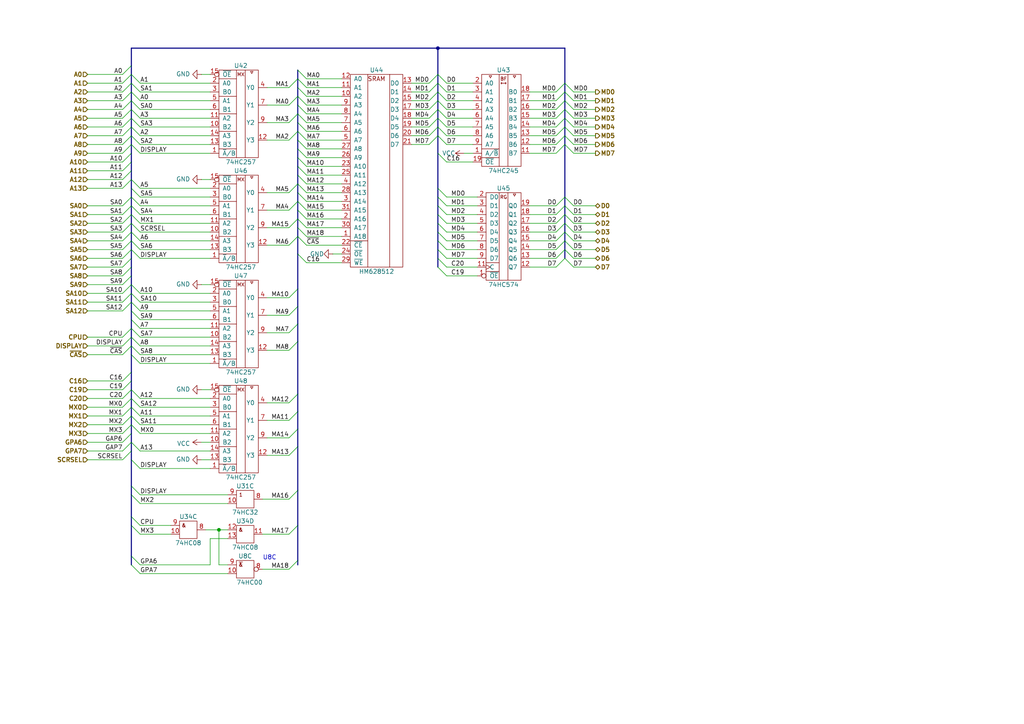
<source format=kicad_sch>
(kicad_sch (version 20231120) (generator "eeschema") (generator_version "8.0")
  (paper "A4")
  (bus_alias "MADDRESS" (members "MA0" "MA1" "MA2" "MA3" "MA4" "MA5" "MA6" "MA7" "MA8" "MA9" "MA10" "MA11" "MA12" "MA13" "MA14" "MA15" "MA16" "MA17" "MA18"))
  (junction (at 63.5 153.67))
  (junction (at 127 13.97))
  (bus_entry (at 38.1 113.03) (size 2.54 2.54))
  (bus_entry (at 38.1 69.85) (size 2.54 2.54))
  (bus_entry (at 127 74.93) (size 2.54 2.54))
  (bus_entry (at 38.1 82.55) (size -2.54 2.54))
  (bus_entry (at 38.1 85.09) (size -2.54 2.54))
  (bus_entry (at 161.29 72.39) (size 2.54 -2.54))
  (bus_entry (at 127 62.23) (size 2.54 2.54))
  (bus_entry (at 83.82 86.36) (size 2.54 -2.54))
  (bus_entry (at 83.82 35.56) (size 2.54 -2.54))
  (bus_entry (at 161.29 44.45) (size 2.54 -2.54))
  (bus_entry (at 83.82 55.88) (size 2.54 -2.54))
  (bus_entry (at 35.56 125.73) (size 2.54 -2.54))
  (bus_entry (at 166.37 64.77) (size -2.54 -2.54))
  (bus_entry (at 86.36 48.26) (size 2.54 2.54))
  (bus_entry (at 38.1 128.27) (size 2.54 2.54))
  (bus_entry (at 38.1 24.13) (size -2.54 2.54))
  (bus_entry (at 86.36 33.02) (size 2.54 2.54))
  (bus_entry (at 38.1 95.25) (size 2.54 2.54))
  (bus_entry (at 86.36 73.66) (size 2.54 2.54))
  (bus_entry (at 86.36 63.5) (size 2.54 2.54))
  (bus_entry (at 38.1 87.63) (size -2.54 2.54))
  (bus_entry (at 38.1 31.75) (size -2.54 2.54))
  (bus_entry (at 38.1 107.95) (size -2.54 2.54))
  (bus_entry (at 38.1 67.31) (size -2.54 2.54))
  (bus_entry (at 163.83 34.29) (size 2.54 2.54))
  (bus_entry (at 86.36 68.58) (size 2.54 2.54))
  (bus_entry (at 38.1 80.01) (size -2.54 2.54))
  (bus_entry (at 38.1 21.59) (size -2.54 2.54))
  (bus_entry (at 127 54.61) (size 2.54 2.54))
  (bus_entry (at 38.1 100.33) (size 2.54 2.54))
  (bus_entry (at 38.1 52.07) (size 2.54 2.54))
  (bus_entry (at 38.1 46.99) (size -2.54 2.54))
  (bus_entry (at 35.56 130.81) (size 2.54 -2.54))
  (bus_entry (at 38.1 21.59) (size 2.54 2.54))
  (bus_entry (at 163.83 36.83) (size 2.54 2.54))
  (bus_entry (at 86.36 55.88) (size 2.54 2.54))
  (bus_entry (at 83.82 96.52) (size 2.54 -2.54))
  (bus_entry (at 38.1 115.57) (size 2.54 2.54))
  (bus_entry (at 86.36 53.34) (size 2.54 2.54))
  (bus_entry (at 166.37 77.47) (size -2.54 -2.54))
  (bus_entry (at 38.1 72.39) (size 2.54 2.54))
  (bus_entry (at 38.1 123.19) (size 2.54 2.54))
  (bus_entry (at 161.29 34.29) (size 2.54 -2.54))
  (bus_entry (at 38.1 41.91) (size 2.54 2.54))
  (bus_entry (at 161.29 67.31) (size 2.54 -2.54))
  (bus_entry (at 166.37 62.23) (size -2.54 -2.54))
  (bus_entry (at 127 69.85) (size 2.54 2.54))
  (bus_entry (at 38.1 49.53) (size -2.54 2.54))
  (bus_entry (at 83.82 91.44) (size 2.54 -2.54))
  (bus_entry (at 38.1 54.61) (size 2.54 2.54))
  (bus_entry (at 38.1 34.29) (size -2.54 2.54))
  (bus_entry (at 38.1 59.69) (size -2.54 2.54))
  (bus_entry (at 38.1 118.11) (size -2.54 2.54))
  (bus_entry (at 38.1 97.79) (size -2.54 2.54))
  (bus_entry (at 166.37 67.31) (size -2.54 -2.54))
  (bus_entry (at 83.82 154.94) (size 2.54 -2.54))
  (bus_entry (at 86.36 58.42) (size 2.54 2.54))
  (bus_entry (at 83.82 71.12) (size 2.54 -2.54))
  (bus_entry (at 38.1 133.35) (size 2.54 2.54))
  (bus_entry (at 161.29 59.69) (size 2.54 -2.54))
  (bus_entry (at 83.82 116.84) (size 2.54 -2.54))
  (bus_entry (at 161.29 36.83) (size 2.54 -2.54))
  (bus_entry (at 163.83 29.21) (size 2.54 2.54))
  (bus_entry (at 38.1 95.25) (size -2.54 2.54))
  (bus_entry (at 163.83 26.67) (size 2.54 2.54))
  (bus_entry (at 38.1 64.77) (size 2.54 2.54))
  (bus_entry (at 161.29 29.21) (size 2.54 -2.54))
  (bus_entry (at 127 72.39) (size 2.54 2.54))
  (bus_entry (at 38.1 67.31) (size 2.54 2.54))
  (bus_entry (at 127 44.45) (size 2.54 2.54))
  (bus_entry (at 86.36 38.1) (size 2.54 2.54))
  (bus_entry (at 38.1 115.57) (size -2.54 2.54))
  (bus_entry (at 38.1 39.37) (size 2.54 2.54))
  (bus_entry (at 38.1 100.33) (size -2.54 2.54))
  (bus_entry (at 161.29 39.37) (size 2.54 -2.54))
  (bus_entry (at 163.83 24.13) (size 2.54 2.54))
  (bus_entry (at 86.36 35.56) (size 2.54 2.54))
  (bus_entry (at 35.56 128.27) (size 2.54 -2.54))
  (bus_entry (at 38.1 62.23) (size 2.54 2.54))
  (bus_entry (at 83.82 25.4) (size 2.54 -2.54))
  (bus_entry (at 83.82 132.08) (size 2.54 -2.54))
  (bus_entry (at 127 39.37) (size -2.54 2.54))
  (bus_entry (at 127 21.59) (size -2.54 2.54))
  (bus_entry (at 127 24.13) (size -2.54 2.54))
  (bus_entry (at 127 26.67) (size -2.54 2.54))
  (bus_entry (at 127 29.21) (size -2.54 2.54))
  (bus_entry (at 127 31.75) (size -2.54 2.54))
  (bus_entry (at 127 34.29) (size -2.54 2.54))
  (bus_entry (at 127 36.83) (size -2.54 2.54))
  (bus_entry (at 38.1 110.49) (size -2.54 2.54))
  (bus_entry (at 38.1 152.4) (size 2.54 2.54))
  (bus_entry (at 38.1 161.29) (size 2.54 2.54))
  (bus_entry (at 38.1 149.86) (size 2.54 2.54))
  (bus_entry (at 38.1 140.97) (size 2.54 2.54))
  (bus_entry (at 38.1 143.51) (size 2.54 2.54))
  (bus_entry (at 38.1 163.83) (size 2.54 2.54))
  (bus_entry (at 38.1 62.23) (size -2.54 2.54))
  (bus_entry (at 83.82 40.64) (size 2.54 -2.54))
  (bus_entry (at 86.36 22.86) (size 2.54 2.54))
  (bus_entry (at 127 57.15) (size 2.54 2.54))
  (bus_entry (at 166.37 59.69) (size -2.54 -2.54))
  (bus_entry (at 83.82 30.48) (size 2.54 -2.54))
  (bus_entry (at 38.1 85.09) (size 2.54 2.54))
  (bus_entry (at 86.36 50.8) (size 2.54 2.54))
  (bus_entry (at 86.36 27.94) (size 2.54 2.54))
  (bus_entry (at 38.1 26.67) (size 2.54 2.54))
  (bus_entry (at 83.82 127) (size 2.54 -2.54))
  (bus_entry (at 38.1 77.47) (size -2.54 2.54))
  (bus_entry (at 161.29 62.23) (size 2.54 -2.54))
  (bus_entry (at 83.82 144.78) (size 2.54 -2.54))
  (bus_entry (at 38.1 59.69) (size 2.54 2.54))
  (bus_entry (at 86.36 45.72) (size 2.54 2.54))
  (bus_entry (at 161.29 77.47) (size 2.54 -2.54))
  (bus_entry (at 38.1 29.21) (size 2.54 2.54))
  (bus_entry (at 127 67.31) (size 2.54 2.54))
  (bus_entry (at 38.1 90.17) (size 2.54 2.54))
  (bus_entry (at 38.1 92.71) (size 2.54 2.54))
  (bus_entry (at 38.1 44.45) (size -2.54 2.54))
  (bus_entry (at 38.1 69.85) (size -2.54 2.54))
  (bus_entry (at 38.1 97.79) (size 2.54 2.54))
  (bus_entry (at 163.83 39.37) (size 2.54 2.54))
  (bus_entry (at 38.1 31.75) (size 2.54 2.54))
  (bus_entry (at 38.1 74.93) (size -2.54 2.54))
  (bus_entry (at 38.1 41.91) (size -2.54 2.54))
  (bus_entry (at 163.83 41.91) (size 2.54 2.54))
  (bus_entry (at 161.29 26.67) (size 2.54 -2.54))
  (bus_entry (at 86.36 40.64) (size 2.54 2.54))
  (bus_entry (at 38.1 39.37) (size -2.54 2.54))
  (bus_entry (at 163.83 31.75) (size 2.54 2.54))
  (bus_entry (at 83.82 60.96) (size 2.54 -2.54))
  (bus_entry (at 38.1 36.83) (size 2.54 2.54))
  (bus_entry (at 166.37 72.39) (size -2.54 -2.54))
  (bus_entry (at 38.1 87.63) (size 2.54 2.54))
  (bus_entry (at 38.1 72.39) (size -2.54 2.54))
  (bus_entry (at 86.36 20.32) (size 2.54 2.54))
  (bus_entry (at 38.1 102.87) (size 2.54 2.54))
  (bus_entry (at 161.29 41.91) (size 2.54 -2.54))
  (bus_entry (at 86.36 60.96) (size 2.54 2.54))
  (bus_entry (at 38.1 34.29) (size 2.54 2.54))
  (bus_entry (at 38.1 57.15) (size 2.54 2.54))
  (bus_entry (at 38.1 36.83) (size -2.54 2.54))
  (bus_entry (at 127 59.69) (size 2.54 2.54))
  (bus_entry (at 127 26.67) (size 2.54 2.54))
  (bus_entry (at 127 24.13) (size 2.54 2.54))
  (bus_entry (at 127 21.59) (size 2.54 2.54))
  (bus_entry (at 127 39.37) (size 2.54 2.54))
  (bus_entry (at 127 36.83) (size 2.54 2.54))
  (bus_entry (at 127 34.29) (size 2.54 2.54))
  (bus_entry (at 127 31.75) (size 2.54 2.54))
  (bus_entry (at 127 29.21) (size 2.54 2.54))
  (bus_entry (at 38.1 52.07) (size -2.54 2.54))
  (bus_entry (at 38.1 113.03) (size -2.54 2.54))
  (bus_entry (at 38.1 29.21) (size -2.54 2.54))
  (bus_entry (at 83.82 101.6) (size 2.54 -2.54))
  (bus_entry (at 83.82 121.92) (size 2.54 -2.54))
  (bus_entry (at 161.29 64.77) (size 2.54 -2.54))
  (bus_entry (at 86.36 66.04) (size 2.54 2.54))
  (bus_entry (at 161.29 74.93) (size 2.54 -2.54))
  (bus_entry (at 86.36 25.4) (size 2.54 2.54))
  (bus_entry (at 38.1 26.67) (size -2.54 2.54))
  (bus_entry (at 38.1 64.77) (size -2.54 2.54))
  (bus_entry (at 38.1 130.81) (size -2.54 2.54))
  (bus_entry (at 38.1 120.65) (size -2.54 2.54))
  (bus_entry (at 86.36 30.48) (size 2.54 2.54))
  (bus_entry (at 161.29 31.75) (size 2.54 -2.54))
  (bus_entry (at 38.1 24.13) (size 2.54 2.54))
  (bus_entry (at 166.37 69.85) (size -2.54 -2.54))
  (bus_entry (at 83.82 66.04) (size 2.54 -2.54))
  (bus_entry (at 86.36 43.18) (size 2.54 2.54))
  (bus_entry (at 166.37 74.93) (size -2.54 -2.54))
  (bus_entry (at 127 77.47) (size 2.54 2.54))
  (bus_entry (at 38.1 19.05) (size -2.54 2.54))
  (bus_entry (at 38.1 118.11) (size 2.54 2.54))
  (bus_entry (at 38.1 82.55) (size 2.54 2.54))
  (bus_entry (at 38.1 57.15) (size -2.54 2.54))
  (bus_entry (at 38.1 120.65) (size 2.54 2.54))
  (bus_entry (at 127 64.77) (size 2.54 2.54))
  (bus_entry (at 161.29 69.85) (size 2.54 -2.54))
  (bus_entry (at 83.82 165.1) (size 2.54 -2.54))
  (wire (pts (xy 88.9 76.2) (xy 99.06 76.2)))
  (bus (pts (xy 38.1 85.09) (xy 38.1 87.63)))
  (wire (pts (xy 59.69 153.67) (xy 63.5 153.67)))
  (bus (pts (xy 38.1 69.85) (xy 38.1 72.39)))
  (wire (pts (xy 35.56 67.31) (xy 25.4 67.31)))
  (wire (pts (xy 60.96 54.61) (xy 40.64 54.61)))
  (wire (pts (xy 60.96 57.15) (xy 40.64 57.15)))
  (bus (pts (xy 127 62.23) (xy 127 64.77)))
  (wire (pts (xy 35.56 44.45) (xy 25.4 44.45)))
  (bus (pts (xy 127 29.21) (xy 127 31.75)))
  (wire (pts (xy 88.9 27.94) (xy 99.06 27.94)))
  (bus (pts (xy 86.36 40.64) (xy 86.36 43.18)))
  (wire (pts (xy 35.56 123.19) (xy 25.4 123.19)))
  (wire (pts (xy 60.96 41.91) (xy 40.64 41.91)))
  (bus (pts (xy 86.36 38.1) (xy 86.36 40.64)))
  (bus (pts (xy 163.83 59.69) (xy 163.83 62.23)))
  (bus (pts (xy 38.1 120.65) (xy 38.1 123.19)))
  (bus (pts (xy 38.1 102.87) (xy 38.1 107.95)))
  (wire (pts (xy 153.67 62.23) (xy 161.29 62.23)))
  (bus (pts (xy 38.1 26.67) (xy 38.1 29.21)))
  (bus (pts (xy 38.1 133.35) (xy 38.1 140.97)))
  (wire (pts (xy 88.9 35.56) (xy 99.06 35.56)))
  (bus (pts (xy 163.83 39.37) (xy 163.83 41.91)))
  (bus (pts (xy 127 57.15) (xy 127 59.69)))
  (wire (pts (xy 83.82 96.52) (xy 77.47 96.52)))
  (wire (pts (xy 35.56 130.81) (xy 25.4 130.81)))
  (wire (pts (xy 60.96 29.21) (xy 40.64 29.21)))
  (wire (pts (xy 129.54 72.39) (xy 138.43 72.39)))
  (wire (pts (xy 119.38 31.75) (xy 124.46 31.75)))
  (wire (pts (xy 60.96 52.07) (xy 58.42 52.07)))
  (wire (pts (xy 35.56 31.75) (xy 25.4 31.75)))
  (wire (pts (xy 88.9 60.96) (xy 99.06 60.96)))
  (bus (pts (xy 127 54.61) (xy 127 57.15)))
  (wire (pts (xy 119.38 36.83) (xy 124.46 36.83)))
  (wire (pts (xy 129.54 26.67) (xy 137.16 26.67)))
  (wire (pts (xy 129.54 62.23) (xy 138.43 62.23)))
  (wire (pts (xy 119.38 26.67) (xy 124.46 26.67)))
  (wire (pts (xy 60.96 115.57) (xy 40.64 115.57)))
  (wire (pts (xy 88.9 66.04) (xy 99.06 66.04)))
  (wire (pts (xy 60.96 125.73) (xy 40.64 125.73)))
  (bus (pts (xy 38.1 49.53) (xy 38.1 52.07)))
  (wire (pts (xy 35.56 24.13) (xy 25.4 24.13)))
  (wire (pts (xy 60.96 118.11) (xy 40.64 118.11)))
  (bus (pts (xy 38.1 118.11) (xy 38.1 120.65)))
  (bus (pts (xy 163.83 31.75) (xy 163.83 34.29)))
  (wire (pts (xy 60.96 90.17) (xy 40.64 90.17)))
  (bus (pts (xy 38.1 80.01) (xy 38.1 82.55)))
  (wire (pts (xy 35.56 41.91) (xy 25.4 41.91)))
  (bus (pts (xy 86.36 99.06) (xy 86.36 114.3)))
  (wire (pts (xy 172.72 64.77) (xy 166.37 64.77)))
  (wire (pts (xy 35.56 59.69) (xy 25.4 59.69)))
  (wire (pts (xy 66.04 143.51) (xy 40.64 143.51)))
  (wire (pts (xy 63.5 153.67) (xy 63.5 163.83)))
  (bus (pts (xy 86.36 30.48) (xy 86.36 33.02)))
  (bus (pts (xy 38.1 57.15) (xy 38.1 59.69)))
  (wire (pts (xy 83.82 165.1) (xy 76.2 165.1)))
  (bus (pts (xy 38.1 52.07) (xy 38.1 54.61)))
  (bus (pts (xy 163.83 34.29) (xy 163.83 36.83)))
  (bus (pts (xy 38.1 39.37) (xy 38.1 41.91)))
  (wire (pts (xy 60.96 34.29) (xy 40.64 34.29)))
  (wire (pts (xy 83.82 91.44) (xy 77.47 91.44)))
  (wire (pts (xy 153.67 72.39) (xy 161.29 72.39)))
  (wire (pts (xy 153.67 29.21) (xy 161.29 29.21)))
  (bus (pts (xy 86.36 114.3) (xy 86.36 119.38)))
  (bus (pts (xy 86.36 33.02) (xy 86.36 35.56)))
  (wire (pts (xy 153.67 41.91) (xy 161.29 41.91)))
  (bus (pts (xy 38.1 100.33) (xy 38.1 102.87)))
  (wire (pts (xy 35.56 87.63) (xy 25.4 87.63)))
  (wire (pts (xy 60.96 156.21) (xy 60.96 163.83)))
  (bus (pts (xy 127 13.97) (xy 163.83 13.97)))
  (wire (pts (xy 88.9 40.64) (xy 99.06 40.64)))
  (wire (pts (xy 83.82 121.92) (xy 77.47 121.92)))
  (wire (pts (xy 60.96 97.79) (xy 40.64 97.79)))
  (wire (pts (xy 129.54 31.75) (xy 137.16 31.75)))
  (wire (pts (xy 40.64 152.4) (xy 49.53 152.4)))
  (bus (pts (xy 86.36 83.82) (xy 86.36 88.9)))
  (bus (pts (xy 127 34.29) (xy 127 36.83)))
  (wire (pts (xy 35.56 133.35) (xy 25.4 133.35)))
  (wire (pts (xy 63.5 153.67) (xy 66.04 153.67)))
  (wire (pts (xy 166.37 34.29) (xy 172.72 34.29)))
  (wire (pts (xy 35.56 64.77) (xy 25.4 64.77)))
  (wire (pts (xy 88.9 63.5) (xy 99.06 63.5)))
  (bus (pts (xy 127 36.83) (xy 127 39.37)))
  (wire (pts (xy 83.82 127) (xy 77.47 127)))
  (bus (pts (xy 38.1 161.29) (xy 38.1 163.83)))
  (wire (pts (xy 166.37 36.83) (xy 172.72 36.83)))
  (bus (pts (xy 38.1 59.69) (xy 38.1 62.23)))
  (wire (pts (xy 60.96 39.37) (xy 40.64 39.37)))
  (wire (pts (xy 119.38 41.91) (xy 124.46 41.91)))
  (wire (pts (xy 83.82 86.36) (xy 77.47 86.36)))
  (wire (pts (xy 172.72 72.39) (xy 166.37 72.39)))
  (wire (pts (xy 83.82 101.6) (xy 77.47 101.6)))
  (bus (pts (xy 86.36 43.18) (xy 86.36 45.72)))
  (wire (pts (xy 35.56 120.65) (xy 25.4 120.65)))
  (bus (pts (xy 163.83 24.13) (xy 163.83 26.67)))
  (wire (pts (xy 172.72 67.31) (xy 166.37 67.31)))
  (wire (pts (xy 161.29 34.29) (xy 153.67 34.29)))
  (wire (pts (xy 35.56 21.59) (xy 25.4 21.59)))
  (wire (pts (xy 83.82 60.96) (xy 77.47 60.96)))
  (wire (pts (xy 172.72 62.23) (xy 166.37 62.23)))
  (wire (pts (xy 60.96 59.69) (xy 40.64 59.69)))
  (wire (pts (xy 166.37 39.37) (xy 172.72 39.37)))
  (wire (pts (xy 83.82 144.78) (xy 76.2 144.78)))
  (bus (pts (xy 38.1 72.39) (xy 38.1 74.93)))
  (wire (pts (xy 35.56 110.49) (xy 25.4 110.49)))
  (bus (pts (xy 86.36 119.38) (xy 86.36 124.46)))
  (wire (pts (xy 35.56 113.03) (xy 25.4 113.03)))
  (wire (pts (xy 40.64 74.93) (xy 60.96 74.93)))
  (wire (pts (xy 88.9 53.34) (xy 99.06 53.34)))
  (wire (pts (xy 35.56 54.61) (xy 25.4 54.61)))
  (bus (pts (xy 127 24.13) (xy 127 26.67)))
  (wire (pts (xy 88.9 55.88) (xy 99.06 55.88)))
  (bus (pts (xy 38.1 67.31) (xy 38.1 69.85)))
  (bus (pts (xy 86.36 129.54) (xy 86.36 142.24)))
  (wire (pts (xy 129.54 64.77) (xy 138.43 64.77)))
  (wire (pts (xy 99.06 71.12) (xy 88.9 71.12)))
  (wire (pts (xy 129.54 59.69) (xy 138.43 59.69)))
  (wire (pts (xy 83.82 55.88) (xy 77.47 55.88)))
  (bus (pts (xy 38.1 13.97) (xy 38.1 19.05)))
  (wire (pts (xy 83.82 66.04) (xy 77.47 66.04)))
  (bus (pts (xy 163.83 36.83) (xy 163.83 39.37)))
  (wire (pts (xy 172.72 77.47) (xy 166.37 77.47)))
  (wire (pts (xy 35.56 128.27) (xy 25.4 128.27)))
  (wire (pts (xy 35.56 97.79) (xy 25.4 97.79)))
  (wire (pts (xy 88.9 43.18) (xy 99.06 43.18)))
  (bus (pts (xy 38.1 19.05) (xy 38.1 21.59)))
  (wire (pts (xy 35.56 90.17) (xy 25.4 90.17)))
  (wire (pts (xy 60.96 64.77) (xy 40.64 64.77)))
  (wire (pts (xy 60.96 85.09) (xy 40.64 85.09)))
  (wire (pts (xy 60.96 31.75) (xy 40.64 31.75)))
  (bus (pts (xy 127 72.39) (xy 127 74.93)))
  (bus (pts (xy 127 44.45) (xy 127 54.61)))
  (wire (pts (xy 129.54 29.21) (xy 137.16 29.21)))
  (bus (pts (xy 38.1 82.55) (xy 38.1 85.09)))
  (bus (pts (xy 86.36 142.24) (xy 86.36 152.4)))
  (bus (pts (xy 163.83 26.67) (xy 163.83 29.21)))
  (wire (pts (xy 35.56 82.55) (xy 25.4 82.55)))
  (wire (pts (xy 40.64 166.37) (xy 66.04 166.37)))
  (wire (pts (xy 35.56 118.11) (xy 25.4 118.11)))
  (bus (pts (xy 86.36 20.32) (xy 86.36 22.86)))
  (wire (pts (xy 35.56 52.07) (xy 25.4 52.07)))
  (wire (pts (xy 153.67 77.47) (xy 161.29 77.47)))
  (bus (pts (xy 86.36 88.9) (xy 86.36 93.98)))
  (wire (pts (xy 83.82 35.56) (xy 77.47 35.56)))
  (wire (pts (xy 35.56 74.93) (xy 25.4 74.93)))
  (wire (pts (xy 40.64 163.83) (xy 60.96 163.83)))
  (wire (pts (xy 166.37 29.21) (xy 172.72 29.21)))
  (wire (pts (xy 35.56 85.09) (xy 25.4 85.09)))
  (bus (pts (xy 38.1 64.77) (xy 38.1 67.31)))
  (wire (pts (xy 88.9 33.02) (xy 99.06 33.02)))
  (wire (pts (xy 35.56 29.21) (xy 25.4 29.21)))
  (bus (pts (xy 38.1 36.83) (xy 38.1 39.37)))
  (wire (pts (xy 60.96 102.87) (xy 40.64 102.87)))
  (bus (pts (xy 86.36 55.88) (xy 86.36 58.42)))
  (bus (pts (xy 163.83 62.23) (xy 163.83 64.77)))
  (bus (pts (xy 163.83 57.15) (xy 163.83 59.69)))
  (wire (pts (xy 60.96 105.41) (xy 40.64 105.41)))
  (wire (pts (xy 60.96 21.59) (xy 58.42 21.59)))
  (bus (pts (xy 86.36 22.86) (xy 86.36 25.4)))
  (wire (pts (xy 60.96 67.31) (xy 40.64 67.31)))
  (bus (pts (xy 38.1 140.97) (xy 38.1 143.51)))
  (wire (pts (xy 172.72 69.85) (xy 166.37 69.85)))
  (bus (pts (xy 38.1 77.47) (xy 38.1 80.01)))
  (wire (pts (xy 83.82 25.4) (xy 77.47 25.4)))
  (bus (pts (xy 127 64.77) (xy 127 67.31)))
  (wire (pts (xy 88.9 38.1) (xy 99.06 38.1)))
  (bus (pts (xy 86.36 93.98) (xy 86.36 99.06)))
  (wire (pts (xy 60.96 26.67) (xy 40.64 26.67)))
  (wire (pts (xy 35.56 39.37) (xy 25.4 39.37)))
  (bus (pts (xy 127 69.85) (xy 127 72.39)))
  (bus (pts (xy 38.1 97.79) (xy 38.1 100.33)))
  (wire (pts (xy 161.29 36.83) (xy 153.67 36.83)))
  (wire (pts (xy 88.9 50.8) (xy 99.06 50.8)))
  (wire (pts (xy 166.37 26.67) (xy 172.72 26.67)))
  (bus (pts (xy 38.1 87.63) (xy 38.1 90.17)))
  (wire (pts (xy 25.4 125.73) (xy 35.56 125.73)))
  (wire (pts (xy 172.72 74.93) (xy 166.37 74.93)))
  (wire (pts (xy 119.38 34.29) (xy 124.46 34.29)))
  (wire (pts (xy 119.38 24.13) (xy 124.46 24.13)))
  (wire (pts (xy 35.56 34.29) (xy 25.4 34.29)))
  (wire (pts (xy 166.37 31.75) (xy 172.72 31.75)))
  (wire (pts (xy 129.54 46.99) (xy 137.16 46.99)))
  (bus (pts (xy 38.1 95.25) (xy 38.1 97.79)))
  (wire (pts (xy 129.54 57.15) (xy 138.43 57.15)))
  (wire (pts (xy 172.72 59.69) (xy 166.37 59.69)))
  (wire (pts (xy 60.96 82.55) (xy 58.42 82.55)))
  (wire (pts (xy 40.64 154.94) (xy 49.53 154.94)))
  (bus (pts (xy 127 39.37) (xy 127 44.45)))
  (wire (pts (xy 60.96 113.03) (xy 58.42 113.03)))
  (wire (pts (xy 60.96 24.13) (xy 40.64 24.13)))
  (wire (pts (xy 60.96 36.83) (xy 40.64 36.83)))
  (bus (pts (xy 163.83 72.39) (xy 163.83 74.93)))
  (wire (pts (xy 35.56 62.23) (xy 25.4 62.23)))
  (bus (pts (xy 38.1 54.61) (xy 38.1 57.15)))
  (bus (pts (xy 86.36 124.46) (xy 86.36 129.54)))
  (wire (pts (xy 60.96 92.71) (xy 40.64 92.71)))
  (bus (pts (xy 38.1 44.45) (xy 38.1 46.99)))
  (wire (pts (xy 60.96 100.33) (xy 40.64 100.33)))
  (wire (pts (xy 129.54 67.31) (xy 138.43 67.31)))
  (wire (pts (xy 83.82 132.08) (xy 77.47 132.08)))
  (wire (pts (xy 129.54 36.83) (xy 137.16 36.83)))
  (wire (pts (xy 153.67 74.93) (xy 161.29 74.93)))
  (wire (pts (xy 83.82 30.48) (xy 77.47 30.48)))
  (wire (pts (xy 88.9 58.42) (xy 99.06 58.42)))
  (bus (pts (xy 38.1 13.97) (xy 127 13.97)))
  (wire (pts (xy 60.96 123.19) (xy 40.64 123.19)))
  (bus (pts (xy 86.36 25.4) (xy 86.36 27.94)))
  (wire (pts (xy 129.54 74.93) (xy 138.43 74.93)))
  (bus (pts (xy 163.83 69.85) (xy 163.83 72.39)))
  (wire (pts (xy 153.67 64.77) (xy 161.29 64.77)))
  (bus (pts (xy 38.1 110.49) (xy 38.1 113.03)))
  (wire (pts (xy 129.54 80.01) (xy 138.43 80.01)))
  (bus (pts (xy 38.1 149.86) (xy 38.1 152.4)))
  (bus (pts (xy 38.1 21.59) (xy 38.1 24.13)))
  (bus (pts (xy 38.1 24.13) (xy 38.1 26.67)))
  (bus (pts (xy 38.1 152.4) (xy 38.1 161.29)))
  (wire (pts (xy 88.9 45.72) (xy 99.06 45.72)))
  (bus (pts (xy 127 21.59) (xy 127 24.13)))
  (wire (pts (xy 119.38 39.37) (xy 124.46 39.37)))
  (wire (pts (xy 60.96 156.21) (xy 66.04 156.21)))
  (wire (pts (xy 35.56 115.57) (xy 25.4 115.57)))
  (bus (pts (xy 38.1 130.81) (xy 38.1 133.35)))
  (bus (pts (xy 86.36 53.34) (xy 86.36 55.88)))
  (wire (pts (xy 88.9 48.26) (xy 99.06 48.26)))
  (bus (pts (xy 163.83 29.21) (xy 163.83 31.75)))
  (wire (pts (xy 129.54 69.85) (xy 138.43 69.85)))
  (bus (pts (xy 86.36 68.58) (xy 86.36 73.66)))
  (bus (pts (xy 86.36 48.26) (xy 86.36 50.8)))
  (bus (pts (xy 38.1 107.95) (xy 38.1 110.49)))
  (bus (pts (xy 38.1 123.19) (xy 38.1 125.73)))
  (bus (pts (xy 86.36 50.8) (xy 86.36 53.34)))
  (bus (pts (xy 38.1 90.17) (xy 38.1 92.71)))
  (bus (pts (xy 127 31.75) (xy 127 34.29)))
  (wire (pts (xy 35.56 77.47) (xy 25.4 77.47)))
  (wire (pts (xy 88.9 25.4) (xy 99.06 25.4)))
  (wire (pts (xy 35.56 72.39) (xy 25.4 72.39)))
  (bus (pts (xy 86.36 60.96) (xy 86.36 63.5)))
  (bus (pts (xy 38.1 62.23) (xy 38.1 64.77)))
  (bus (pts (xy 38.1 31.75) (xy 38.1 34.29)))
  (bus (pts (xy 86.36 63.5) (xy 86.36 66.04)))
  (wire (pts (xy 35.56 69.85) (xy 25.4 69.85)))
  (wire (pts (xy 153.67 44.45) (xy 161.29 44.45)))
  (wire (pts (xy 129.54 24.13) (xy 137.16 24.13)))
  (wire (pts (xy 88.9 22.86) (xy 99.06 22.86)))
  (bus (pts (xy 127 67.31) (xy 127 69.85)))
  (bus (pts (xy 163.83 64.77) (xy 163.83 67.31)))
  (bus (pts (xy 127 74.93) (xy 127 77.47)))
  (bus (pts (xy 38.1 46.99) (xy 38.1 49.53)))
  (wire (pts (xy 83.82 40.64) (xy 77.47 40.64)))
  (wire (pts (xy 166.37 44.45) (xy 172.72 44.45)))
  (wire (pts (xy 129.54 41.91) (xy 137.16 41.91)))
  (bus (pts (xy 86.36 162.56) (xy 86.36 163.83)))
  (wire (pts (xy 40.64 135.89) (xy 60.96 135.89)))
  (wire (pts (xy 35.56 26.67) (xy 25.4 26.67)))
  (wire (pts (xy 60.96 72.39) (xy 40.64 72.39)))
  (bus (pts (xy 86.36 27.94) (xy 86.36 30.48)))
  (wire (pts (xy 60.96 95.25) (xy 40.64 95.25)))
  (bus (pts (xy 38.1 74.93) (xy 38.1 77.47)))
  (wire (pts (xy 134.62 44.45) (xy 137.16 44.45)))
  (wire (pts (xy 129.54 77.47) (xy 138.43 77.47)))
  (wire (pts (xy 129.54 39.37) (xy 137.16 39.37)))
  (bus (pts (xy 86.36 45.72) (xy 86.36 48.26)))
  (bus (pts (xy 163.83 41.91) (xy 163.83 57.15)))
  (wire (pts (xy 88.9 68.58) (xy 99.06 68.58)))
  (wire (pts (xy 88.9 30.48) (xy 99.06 30.48)))
  (bus (pts (xy 127 26.67) (xy 127 29.21)))
  (bus (pts (xy 38.1 143.51) (xy 38.1 149.86)))
  (wire (pts (xy 35.56 49.53) (xy 25.4 49.53)))
  (wire (pts (xy 60.96 44.45) (xy 40.64 44.45)))
  (wire (pts (xy 153.67 39.37) (xy 161.29 39.37)))
  (wire (pts (xy 153.67 26.67) (xy 161.29 26.67)))
  (wire (pts (xy 35.56 102.87) (xy 25.4 102.87)))
  (bus (pts (xy 38.1 92.71) (xy 38.1 95.25)))
  (wire (pts (xy 35.56 80.01) (xy 25.4 80.01)))
  (wire (pts (xy 60.96 62.23) (xy 40.64 62.23)))
  (wire (pts (xy 60.96 130.81) (xy 40.64 130.81)))
  (wire (pts (xy 129.54 34.29) (xy 137.16 34.29)))
  (wire (pts (xy 66.04 146.05) (xy 40.64 146.05)))
  (bus (pts (xy 38.1 128.27) (xy 38.1 130.81)))
  (bus (pts (xy 127 13.97) (xy 127 21.59)))
  (wire (pts (xy 60.96 87.63) (xy 40.64 87.63)))
  (bus (pts (xy 86.36 58.42) (xy 86.36 60.96)))
  (wire (pts (xy 60.96 69.85) (xy 40.64 69.85)))
  (wire (pts (xy 60.96 133.35) (xy 58.42 133.35)))
  (wire (pts (xy 153.67 67.31) (xy 161.29 67.31)))
  (wire (pts (xy 119.38 29.21) (xy 124.46 29.21)))
  (bus (pts (xy 38.1 113.03) (xy 38.1 115.57)))
  (wire (pts (xy 35.56 46.99) (xy 25.4 46.99)))
  (bus (pts (xy 127 59.69) (xy 127 62.23)))
  (wire (pts (xy 60.96 120.65) (xy 40.64 120.65)))
  (wire (pts (xy 153.67 69.85) (xy 161.29 69.85)))
  (wire (pts (xy 83.82 71.12) (xy 77.47 71.12)))
  (bus (pts (xy 163.83 13.97) (xy 163.83 24.13)))
  (bus (pts (xy 38.1 41.91) (xy 38.1 44.45)))
  (wire (pts (xy 99.06 73.66) (xy 96.52 73.66)))
  (bus (pts (xy 38.1 115.57) (xy 38.1 118.11)))
  (bus (pts (xy 38.1 29.21) (xy 38.1 31.75)))
  (wire (pts (xy 83.82 154.94) (xy 76.2 154.94)))
  (wire (pts (xy 35.56 100.33) (xy 25.4 100.33)))
  (wire (pts (xy 153.67 31.75) (xy 161.29 31.75)))
  (wire (pts (xy 153.67 59.69) (xy 161.29 59.69)))
  (wire (pts (xy 35.56 36.83) (xy 25.4 36.83)))
  (wire (pts (xy 83.82 116.84) (xy 77.47 116.84)))
  (wire (pts (xy 63.5 163.83) (xy 66.04 163.83)))
  (bus (pts (xy 86.36 66.04) (xy 86.36 68.58)))
  (bus (pts (xy 163.83 67.31) (xy 163.83 69.85)))
  (bus (pts (xy 38.1 125.73) (xy 38.1 128.27)))
  (bus (pts (xy 38.1 34.29) (xy 38.1 36.83)))
  (bus (pts (xy 86.36 35.56) (xy 86.36 38.1)))
  (wire (pts (xy 166.37 41.91) (xy 172.72 41.91)))
  (wire (pts (xy 58.42 128.27) (xy 60.96 128.27)))
  (bus (pts (xy 86.36 152.4) (xy 86.36 162.56)))
  (bus (pts (xy 86.36 73.66) (xy 86.36 83.82)))
  (text "U8C" (at 76.2 162.56 0) (effects (font (size 1.27 1.27)) (justify left bottom)))
  (label "SA8" (at 40.64 102.87 0))
  (label "A10" (at 40.64 85.09 0))
  (label "MA11" (at 83.82 121.92 180))
  (label "MA18" (at 88.9 68.58 0))
  (label "DISPLAY" (at 40.64 74.93 0))
  (label "MA8" (at 83.82 101.6 180))
  (label "D3" (at 158.75 67.31 0))
  (label "SA6" (at 40.64 72.39 0))
  (label "A5" (at 40.64 54.61 0))
  (label "MD2" (at 161.29 31.75 180))
  (label "A3" (at 40.64 34.29 0))
  (label "C16" (at 88.9 76.2 0))
  (label "MA5" (at 88.9 35.56 0))
  (label "SA5" (at 35.56 72.39 180))
  (label "DISPLAY" (at 40.64 105.41 0))
  (label "D0" (at 129.54 24.13 0))
  (label "SA0" (at 40.64 31.75 0))
  (label "DISPLAY" (at 35.56 100.33 180))
  (label "MA10" (at 88.9 48.26 0))
  (label "SA11" (at 40.64 123.19 0))
  (label "SA3" (at 40.64 36.83 0))
  (label "SA0" (at 35.56 59.69 180))
  (label "A7" (at 40.64 95.25 0))
  (label "MD1" (at 130.81 59.69 0))
  (label "MA12" (at 83.82 116.84 180))
  (label "MA13" (at 83.82 132.08 180))
  (label "DISPLAY" (at 40.64 143.51 0))
  (label "MA6" (at 83.82 71.12 180))
  (label "CPU" (at 40.64 152.4 0))
  (label "MD0" (at 124.46 24.13 180))
  (label "D6" (at 129.54 39.37 0))
  (label "MD7" (at 124.46 41.91 180))
  (label "MA8" (at 88.9 43.18 0))
  (label "SA8" (at 35.56 80.01 180))
  (label "MX0" (at 40.64 125.73 0))
  (label "SA5" (at 40.64 57.15 0))
  (label "A6" (at 35.56 36.83 180))
  (label "C16" (at 129.54 46.99 0))
  (label "MD6" (at 124.46 39.37 180))
  (label "GPA6" (at 40.64 163.83 0))
  (label "A8" (at 40.64 100.33 0))
  (label "MD5" (at 161.29 39.37 180))
  (label "MA14" (at 88.9 58.42 0))
  (label "MA1" (at 88.9 25.4 0))
  (label "MA3" (at 83.82 35.56 180))
  (label "MA17" (at 83.82 154.94 180))
  (label "MD3" (at 166.37 34.29 0))
  (label "D5" (at 129.54 36.83 0))
  (label "D1" (at 168.91 62.23 180))
  (label "MD3" (at 130.81 64.77 0))
  (label "MD5" (at 130.81 69.85 0))
  (label "D1" (at 158.75 62.23 0))
  (label "MD4" (at 124.46 34.29 180))
  (label "A1" (at 40.64 24.13 0))
  (label "MA16" (at 88.9 63.5 0))
  (label "MA4" (at 83.82 60.96 180))
  (label "SA3" (at 35.56 67.31 180))
  (label "MA7" (at 88.9 40.64 0))
  (label "CPU" (at 35.56 97.79 180))
  (label "D2" (at 129.54 29.21 0))
  (label "A1" (at 35.56 24.13 180))
  (label "A2" (at 35.56 26.67 180))
  (label "MA11" (at 88.9 50.8 0))
  (label "C20" (at 130.81 77.47 0))
  (label "SA7" (at 40.64 97.79 0))
  (label "A3" (at 35.56 29.21 180))
  (label "SA1" (at 35.56 62.23 180))
  (label "GPA7" (at 40.64 166.37 0))
  (label "D5" (at 168.91 72.39 180))
  (label "MA14" (at 83.82 127 180))
  (label "D7" (at 168.91 77.47 180))
  (label "A11" (at 40.64 120.65 0))
  (label "MX1" (at 40.64 64.77 0))
  (label "SA11" (at 35.56 87.63 180))
  (label "A9" (at 40.64 90.17 0))
  (label "MD6" (at 166.37 41.91 0))
  (label "MA16" (at 83.82 144.78 180))
  (label "MD1" (at 161.29 29.21 180))
  (label "D4" (at 158.75 69.85 0))
  (label "SA9" (at 40.64 92.71 0))
  (label "A11" (at 35.56 49.53 180))
  (label "MA3" (at 88.9 30.48 0))
  (label "MD0" (at 130.81 57.15 0))
  (label "MA5" (at 83.82 55.88 180))
  (label "A7" (at 35.56 39.37 180))
  (label "MA17" (at 88.9 66.04 0))
  (label "~{CAS}" (at 35.56 102.87 180))
  (label "SA4" (at 40.64 62.23 0))
  (label "SA1" (at 40.64 26.67 0))
  (label "A0" (at 35.56 21.59 180))
  (label "D2" (at 168.91 64.77 180))
  (label "MX2" (at 40.64 146.05 0))
  (label "MA6" (at 88.9 38.1 0))
  (label "MA12" (at 88.9 53.34 0))
  (label "SA10" (at 40.64 87.63 0))
  (label "MD5" (at 166.37 39.37 0))
  (label "MA2" (at 88.9 27.94 0))
  (label "A9" (at 35.56 44.45 180))
  (label "SCRSEL" (at 40.64 67.31 0))
  (label "C19" (at 130.81 80.01 0))
  (label "MD6" (at 130.81 72.39 0))
  (label "MA18" (at 83.82 165.1 180))
  (label "D1" (at 129.54 26.67 0))
  (label "C16" (at 35.56 110.49 180))
  (label "D7" (at 129.54 41.91 0))
  (label "MD0" (at 166.37 26.67 0))
  (label "MA1" (at 83.82 25.4 180))
  (label "SA2" (at 35.56 64.77 180))
  (label "DISPLAY" (at 40.64 135.89 0))
  (label "A10" (at 35.56 46.99 180))
  (label "D3" (at 129.54 31.75 0))
  (label "SA7" (at 35.56 77.47 180))
  (label "D7" (at 158.75 77.47 0))
  (label "MA15" (at 83.82 66.04 180))
  (label "MA2" (at 83.82 40.64 180))
  (label "MD7" (at 161.29 44.45 180))
  (label "D6" (at 168.91 74.93 180))
  (label "MD7" (at 166.37 44.45 0))
  (label "D2" (at 158.75 64.77 0))
  (label "MX1" (at 35.56 120.65 180))
  (label "D5" (at 158.75 72.39 0))
  (label "MD3" (at 161.29 34.29 180))
  (label "MA13" (at 88.9 55.88 0))
  (label "A13" (at 35.56 54.61 180))
  (label "SA2" (at 40.64 41.91 0))
  (label "MD7" (at 130.81 74.93 0))
  (label "D4" (at 168.91 69.85 180))
  (label "A12" (at 35.56 52.07 180))
  (label "D3" (at 168.91 67.31 180))
  (label "MD1" (at 124.46 26.67 180))
  (label "MD6" (at 161.29 41.91 180))
  (label "A4" (at 40.64 59.69 0))
  (label "GAP7" (at 35.56 130.81 180))
  (label "SA12" (at 35.56 90.17 180))
  (label "MA15" (at 88.9 60.96 0))
  (label "SA10" (at 35.56 85.09 180))
  (label "MD5" (at 124.46 36.83 180))
  (label "A13" (at 40.64 130.81 0))
  (label "A2" (at 40.64 39.37 0))
  (label "MD0" (at 161.29 26.67 180))
  (label "MA9" (at 83.82 91.44 180))
  (label "MD3" (at 124.46 31.75 180))
  (label "MA0" (at 88.9 22.86 0))
  (label "MA7" (at 83.82 96.52 180))
  (label "MX2" (at 35.56 123.19 180))
  (label "SA4" (at 35.56 69.85 180))
  (label "SA12" (at 40.64 118.11 0))
  (label "A12" (at 40.64 115.57 0))
  (label "MA0" (at 83.82 30.48 180))
  (label "D6" (at 158.75 74.93 0))
  (label "MX3" (at 35.56 125.73 180))
  (label "GAP6" (at 35.56 128.27 180))
  (label "A8" (at 35.56 41.91 180))
  (label "C20" (at 35.56 115.57 180))
  (label "SA6" (at 35.56 74.93 180))
  (label "D0" (at 158.75 59.69 0))
  (label "C19" (at 35.56 113.03 180))
  (label "SA9" (at 35.56 82.55 180))
  (label "A4" (at 35.56 31.75 180))
  (label "MX0" (at 35.56 118.11 180))
  (label "DISPLAY" (at 40.64 44.45 0))
  (label "MA4" (at 88.9 33.02 0))
  (label "MX3" (at 40.64 154.94 0))
  (label "MA9" (at 88.9 45.72 0))
  (label "A5" (at 35.56 34.29 180))
  (label "MD4" (at 161.29 36.83 180))
  (label "MD2" (at 124.46 29.21 180))
  (label "A0" (at 40.64 29.21 0))
  (label "MD2" (at 166.37 31.75 0))
  (label "D0" (at 168.91 59.69 180))
  (label "MA10" (at 83.82 86.36 180))
  (label "D4" (at 129.54 34.29 0))
  (label "A6" (at 40.64 69.85 0))
  (label "~{CAS}" (at 88.9 71.12 0))
  (label "MD2" (at 130.81 62.23 0))
  (label "MD4" (at 130.81 67.31 0))
  (label "SCRSEL" (at 35.56 133.35 180))
  (label "MD4" (at 166.37 36.83 0))
  (label "MD1" (at 166.37 29.21 0))
  (hierarchical_label "MD2" (shape output) (at 172.72 31.75 0) (effects (font (thickness 0.254) (bold yes))))
  (hierarchical_label "SA12" (shape input) (at 25.4 90.17 180) (effects (font (thickness 0.254) (bold yes))))
  (hierarchical_label "SA6" (shape input) (at 25.4 74.93 180) (effects (font (thickness 0.254) (bold yes))))
  (hierarchical_label "SA10" (shape input) (at 25.4 85.09 180) (effects (font (thickness 0.254) (bold yes))))
  (hierarchical_label "SA1" (shape input) (at 25.4 62.23 180) (effects (font (thickness 0.254) (bold yes))))
  (hierarchical_label "A2" (shape input) (at 25.4 26.67 180) (effects (font (thickness 0.254) (bold yes))))
  (hierarchical_label "D3" (shape bidirectional) (at 172.72 67.31 0) (effects (font (thickness 0.254) (bold yes))))
  (hierarchical_label "A13" (shape input) (at 25.4 54.61 180) (effects (font (thickness 0.254) (bold yes))))
  (hierarchical_label "D7" (shape bidirectional) (at 172.72 77.47 0) (effects (font (thickness 0.254) (bold yes))))
  (hierarchical_label "~{CAS}" (shape input) (at 25.4 102.87 180) (effects (font (thickness 0.254) (bold yes))))
  (hierarchical_label "A4" (shape input) (at 25.4 31.75 180) (effects (font (thickness 0.254) (bold yes))))
  (hierarchical_label "SA8" (shape input) (at 25.4 80.01 180) (effects (font (thickness 0.254) (bold yes))))
  (hierarchical_label "MD1" (shape output) (at 172.72 29.21 0) (effects (font (thickness 0.254) (bold yes))))
  (hierarchical_label "C16" (shape input) (at 25.4 110.49 180) (effects (font (thickness 0.254) (bold yes))))
  (hierarchical_label "C19" (shape input) (at 25.4 113.03 180) (effects (font (thickness 0.254) (bold yes))))
  (hierarchical_label "A12" (shape input) (at 25.4 52.07 180) (effects (font (thickness 0.254) (bold yes))))
  (hierarchical_label "SA11" (shape input) (at 25.4 87.63 180) (effects (font (thickness 0.254) (bold yes))))
  (hierarchical_label "A5" (shape input) (at 25.4 34.29 180) (effects (font (thickness 0.254) (bold yes))))
  (hierarchical_label "D5" (shape bidirectional) (at 172.72 72.39 0) (effects (font (thickness 0.254) (bold yes))))
  (hierarchical_label "MD6" (shape output) (at 172.72 41.91 0) (effects (font (thickness 0.254) (bold yes))))
  (hierarchical_label "MX2" (shape input) (at 25.4 123.19 180) (effects (font (thickness 0.254) (bold yes))))
  (hierarchical_label "MD4" (shape output) (at 172.72 36.83 0) (effects (font (thickness 0.254) (bold yes))))
  (hierarchical_label "D1" (shape bidirectional) (at 172.72 62.23 0) (effects (font (thickness 0.254) (bold yes))))
  (hierarchical_label "D4" (shape bidirectional) (at 172.72 69.85 0) (effects (font (thickness 0.254) (bold yes))))
  (hierarchical_label "CPU" (shape input) (at 25.4 97.79 180) (effects (font (thickness 0.254) (bold yes))))
  (hierarchical_label "GPA6" (shape input) (at 25.4 128.27 180) (effects (font (thickness 0.254) (bold yes))))
  (hierarchical_label "MX1" (shape input) (at 25.4 120.65 180) (effects (font (thickness 0.254) (bold yes))))
  (hierarchical_label "DISPLAY" (shape input) (at 25.4 100.33 180) (effects (font (thickness 0.254) (bold yes))))
  (hierarchical_label "A10" (shape input) (at 25.4 46.99 180) (effects (font (thickness 0.254) (bold yes))))
  (hierarchical_label "D6" (shape bidirectional) (at 172.72 74.93 0) (effects (font (thickness 0.254) (bold yes))))
  (hierarchical_label "SA3" (shape input) (at 25.4 67.31 180) (effects (font (thickness 0.254) (bold yes))))
  (hierarchical_label "SA4" (shape input) (at 25.4 69.85 180) (effects (font (thickness 0.254) (bold yes))))
  (hierarchical_label "MX3" (shape input) (at 25.4 125.73 180) (effects (font (thickness 0.254) (bold yes))))
  (hierarchical_label "A1" (shape input) (at 25.4 24.13 180) (effects (font (thickness 0.254) (bold yes))))
  (hierarchical_label "MD0" (shape output) (at 172.72 26.67 0) (effects (font (thickness 0.254) (bold yes))))
  (hierarchical_label "C20" (shape input) (at 25.4 115.57 180) (effects (font (thickness 0.254) (bold yes))))
  (hierarchical_label "MD5" (shape output) (at 172.72 39.37 0) (effects (font (thickness 0.254) (bold yes))))
  (hierarchical_label "MX0" (shape input) (at 25.4 118.11 180) (effects (font (thickness 0.254) (bold yes))))
  (hierarchical_label "MD7" (shape output) (at 172.72 44.45 0) (effects (font (thickness 0.254) (bold yes))))
  (hierarchical_label "A9" (shape input) (at 25.4 44.45 180) (effects (font (thickness 0.254) (bold yes))))
  (hierarchical_label "D0" (shape bidirectional) (at 172.72 59.69 0) (effects (font (thickness 0.254) (bold yes))))
  (hierarchical_label "A6" (shape input) (at 25.4 36.83 180) (effects (font (thickness 0.254) (bold yes))))
  (hierarchical_label "SA2" (shape input) (at 25.4 64.77 180) (effects (font (thickness 0.254) (bold yes))))
  (hierarchical_label "A0" (shape input) (at 25.4 21.59 180) (effects (font (thickness 0.254) (bold yes))))
  (hierarchical_label "SA5" (shape input) (at 25.4 72.39 180) (effects (font (thickness 0.254) (bold yes))))
  (hierarchical_label "MD3" (shape output) (at 172.72 34.29 0) (effects (font (thickness 0.254) (bold yes))))
  (hierarchical_label "SA0" (shape input) (at 25.4 59.69 180) (effects (font (thickness 0.254) (bold yes))))
  (hierarchical_label "D2" (shape bidirectional) (at 172.72 64.77 0) (effects (font (thickness 0.254) (bold yes))))
  (hierarchical_label "GPA7" (shape input) (at 25.4 130.81 180) (effects (font (thickness 0.254) (bold yes))))
  (hierarchical_label "SA7" (shape input) (at 25.4 77.47 180) (effects (font (thickness 0.254) (bold yes))))
  (hierarchical_label "A7" (shape input) (at 25.4 39.37 180) (effects (font (thickness 0.254) (bold yes))))
  (hierarchical_label "SCRSEL" (shape input) (at 25.4 133.35 180) (effects (font (thickness 0.254) (bold yes))))
  (hierarchical_label "A3" (shape input) (at 25.4 29.21 180) (effects (font (thickness 0.254) (bold yes))))
  (hierarchical_label "A11" (shape input) (at 25.4 49.53 180) (effects (font (thickness 0.254) (bold yes))))
  (hierarchical_label "A8" (shape input) (at 25.4 41.91 180) (effects (font (thickness 0.254) (bold yes))))
  (hierarchical_label "SA9" (shape input) (at 25.4 82.55 180) (effects (font (thickness 0.254) (bold yes))))
  (symbol (lib_id "GenericSRAM:HM628512") (at 109.22 49.53 0) (unit 1)
    (property "Reference" "U44" (at 109.22 20.32 0))
    (property "Value" "HM628512" (at 109.22 78.74 0))
    (property "Footprint" "Package_DIP:DIP-32_W15.24mm" (effects (hide yes)))
    (property "Description" "Static Random Access Memory 4Mbit(512BX8)" (effects (hide yes)))
  )
  (symbol (lib_id "74IEC:74HC32") (at 71.12 144.78 0) (unit 3)
    (property "Reference" "U31" (at 71.12 140.97 0))
    (property "Value" "74HC32" (at 71.12 148.59 0))
    (property "Footprint" "Package_DIP:DIP-14_W7.62mm" (effects (hide yes)))
    (property "Datasheet" "https://www.ti.com/lit/ug/scyd013b/scyd013b.pdf" (effects (hide yes)))
    (property "Description" "Quadruple 2-Input Positive-OR Gates" (effects (hide yes)))
  )
  (symbol (lib_id "74IEC:74HC257") (at 69.85 33.02 0) (unit 1)
    (property "Reference" "U42" (at 69.85 19.05 0))
    (property "Value" "74HC257" (at 69.85 46.99 0))
    (property "Footprint" "Package_DIP:DIP-16_W7.62mm" (effects (hide yes)))
    (property "Datasheet" "https://www.ti.com/lit/ug/scyd013b/scyd013b.pdf" (effects (hide yes)))
    (property "Description" "Quadruple 2-Line To 1-Line Data Selectors/Multiplexers With 3-State Outputs" (effects (hide yes)))
  )
  (symbol (lib_id "74IEC:74HC257") (at 69.85 63.5 0) (unit 1)
    (property "Reference" "U46" (at 69.85 49.53 0))
    (property "Value" "74HC257" (at 69.85 77.47 0))
    (property "Footprint" "Package_DIP:DIP-16_W7.62mm" (effects (hide yes)))
    (property "Datasheet" "https://www.ti.com/lit/ug/scyd013b/scyd013b.pdf" (effects (hide yes)))
    (property "Description" "Quadruple 2-Line To 1-Line Data Selectors/Multiplexers With 3-State Outputs" (effects (hide yes)))
  )
  (symbol (lib_id "74IEC:74HC257") (at 69.85 93.98 0) (unit 1)
    (property "Reference" "U47" (at 69.85 80.01 0))
    (property "Value" "74HC257" (at 69.85 107.95 0))
    (property "Footprint" "Package_DIP:DIP-16_W7.62mm" (effects (hide yes)))
    (property "Datasheet" "https://www.ti.com/lit/ug/scyd013b/scyd013b.pdf" (effects (hide yes)))
    (property "Description" "Quadruple 2-Line To 1-Line Data Selectors/Multiplexers With 3-State Outputs" (effects (hide yes)))
  )
  (symbol (lib_id "74IEC:74HC257") (at 69.85 124.46 0) (unit 1)
    (property "Reference" "U48" (at 69.85 110.49 0))
    (property "Value" "74HC257" (at 69.85 138.43 0))
    (property "Footprint" "Package_DIP:DIP-16_W7.62mm" (effects (hide yes)))
    (property "Datasheet" "https://www.ti.com/lit/ug/scyd013b/scyd013b.pdf" (effects (hide yes)))
    (property "Description" "Quadruple 2-Line To 1-Line Data Selectors/Multiplexers With 3-State Outputs" (effects (hide yes)))
  )
  (symbol (lib_id "74IEC:74HC574") (at 146.05 68.58 0) (unit 1)
    (property "Reference" "U45" (at 146.05 54.61 0))
    (property "Value" "74HC574" (at 146.05 82.55 0))
    (property "Footprint" "Package_DIP:DIP-20_W7.62mm" (effects (hide yes)))
    (property "Datasheet" "https://www.ti.com/lit/ug/scyd013b/scyd013b.pdf" (effects (hide yes)))
    (property "Description" "Octal Edge-Triggered D-Type Flip-flops With 3-State Outputs" (effects (hide yes)))
  )
  (symbol (lib_id "74IEC:74HC08") (at 71.12 154.94 0) (unit 4)
    (property "Reference" "U34" (at 71.12 151.13 0))
    (property "Value" "74HC08" (at 71.12 158.75 0))
    (property "Footprint" "Package_DIP:DIP-14_W7.62mm" (effects (hide yes)))
    (property "Datasheet" "https://www.ti.com/lit/ug/scyd013b/scyd013b.pdf" (effects (hide yes)))
    (property "Description" "Quadruple 2-Input Positive-AND Gates" (effects (hide yes)))
  )
  (symbol (lib_id "74IEC:74HC08") (at 54.61 153.67 0) (unit 3)
    (property "Reference" "U34" (at 54.61 149.86 0))
    (property "Value" "74HC08" (at 54.61 157.48 0))
    (property "Footprint" "Package_DIP:DIP-14_W7.62mm" (effects (hide yes)))
    (property "Datasheet" "https://www.ti.com/lit/ug/scyd013b/scyd013b.pdf" (effects (hide yes)))
    (property "Description" "Quadruple 2-Input Positive-AND Gates" (effects (hide yes)))
  )
  (symbol (lib_id "power:VCC") (at 58.42 128.27 90) (mirror x) (unit 1)
    (property "Reference" "#PWR0105" (effects (hide yes)))
    (property "Value" "VCC" (at 55.1688 128.651 90) (effects (justify left)))
    (property "Description" "Power symbol creates a global label with name \"VCC\"" (effects (hide yes)))
  )
  (symbol (lib_id "power:GND") (at 58.42 82.55 270) (mirror x) (unit 1)
    (property "Reference" "#PWR0109" (effects (hide yes)))
    (property "Value" "GND" (at 55.1688 82.423 90) (effects (justify right)))
    (property "Description" "Power symbol creates a global label with name \"GND\" , ground" (effects (hide yes)))
  )
  (symbol (lib_id "power:GND") (at 58.42 21.59 270) (mirror x) (unit 1)
    (property "Reference" "#PWR0102" (effects (hide yes)))
    (property "Value" "GND" (at 55.1688 21.463 90) (effects (justify right)))
    (property "Description" "Power symbol creates a global label with name \"GND\" , ground" (effects (hide yes)))
  )
  (symbol (lib_id "74IEC:74HC245") (at 146.05 35.56 0) (unit 1)
    (property "Reference" "U43" (at 146.05 20.32 0))
    (property "Value" "74HC245" (at 146.05 49.53 0))
    (property "Footprint" "Package_DIP:DIP-20_W7.62mm" (effects (hide yes)))
    (property "Datasheet" "https://www.ti.com/lit/ug/scyd013b/scyd013b.pdf" (effects (hide yes)))
    (property "Description" "Octal Bus Transceivers With 3-State Outputs" (effects (hide yes)))
  )
  (symbol (lib_id "power:GND") (at 58.42 133.35 270) (mirror x) (unit 1)
    (property "Reference" "#PWR0104" (effects (hide yes)))
    (property "Value" "GND" (at 55.1688 133.223 90) (effects (justify right)))
    (property "Description" "Power symbol creates a global label with name \"GND\" , ground" (effects (hide yes)))
  )
  (symbol (lib_id "power:GND") (at 96.52 73.66 270) (mirror x) (unit 1)
    (property "Reference" "#PWR0103" (effects (hide yes)))
    (property "Value" "GND" (at 93.98 73.66 90) (effects (justify right)))
    (property "Description" "Power symbol creates a global label with name \"GND\" , ground" (effects (hide yes)))
  )
  (symbol (lib_id "power:GND") (at 58.42 52.07 270) (mirror x) (unit 1)
    (property "Reference" "#PWR0108" (effects (hide yes)))
    (property "Value" "GND" (at 55.1688 51.943 90) (effects (justify right)))
    (property "Description" "Power symbol creates a global label with name \"GND\" , ground" (effects (hide yes)))
  )
  (symbol (lib_id "74IEC:74HC00") (at 71.12 165.1 0) (unit 3)
    (property "Reference" "U8" (at 71.12 161.29 0))
    (property "Value" "74HC00" (at 72.39 168.91 0))
    (property "Footprint" "Package_DIP:DIP-14_W7.62mm" (effects (hide yes)))
    (property "Datasheet" "https://www.ti.com/lit/ug/scyd013b/scyd013b.pdf" (effects (hide yes)))
    (property "Description" "Quadruple 2-Input Positive-NAND Gates" (effects (hide yes)))
  )
  (symbol (lib_id "power:VCC") (at 134.62 44.45 90) (mirror x) (unit 1)
    (property "Reference" "#PWR0107" (effects (hide yes)))
    (property "Value" "VCC" (at 132.08 44.45 90) (effects (justify left)))
    (property "Description" "Power symbol creates a global label with name \"VCC\"" (effects (hide yes)))
  )
  (symbol (lib_id "power:GND") (at 58.42 113.03 270) (mirror x) (unit 1)
    (property "Reference" "#PWR0106" (effects (hide yes)))
    (property "Value" "GND" (at 55.1688 112.903 90) (effects (justify right)))
    (property "Description" "Power symbol creates a global label with name \"GND\" , ground" (effects (hide yes)))
  )
)
</source>
